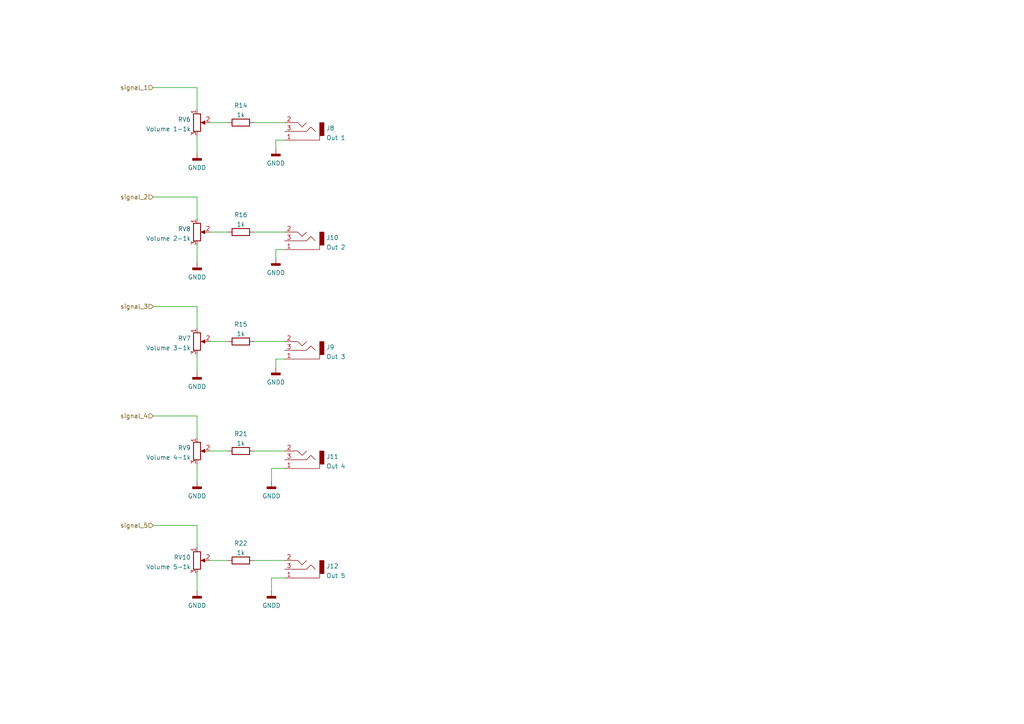
<source format=kicad_sch>
(kicad_sch (version 20211123) (generator eeschema)
  (paper "A4")
  (lib_symbols
    (symbol "Amplifier_Operational:TL074" (pin_names (offset 0.127))
      (property "Reference" "U" (at 0 5.08 0))
      (property "Value" "TL074" (at 0 -5.08 0))
      (symbol "TL074_1_1"
        (polyline (pts (xy -5.08 5.08) (xy 5.08 0) (xy -5.08 -5.08) (xy -5.08 5.08)) (stroke (width 0.254)) (fill (type background)))
        (pin output line (at 7.62 0 180) (length 2.54) (name "~") (number "1"))
        (pin input line (at -7.62 -2.54 0) (length 2.54) (name "-") (number "2"))
        (pin input line (at -7.62 2.54 0) (length 2.54) (name "+") (number "3"))
      )
      (symbol "TL074_2_1"
        (polyline (pts (xy -5.08 5.08) (xy 5.08 0) (xy -5.08 -5.08) (xy -5.08 5.08)) (stroke (width 0.254)) (fill (type background)))
        (pin input line (at -7.62 2.54 0) (length 2.54) (name "+") (number "5"))
        (pin input line (at -7.62 -2.54 0) (length 2.54) (name "-") (number "6"))
        (pin output line (at 7.62 0 180) (length 2.54) (name "~") (number "7"))
      )
      (symbol "TL074_3_1"
        (polyline (pts (xy -5.08 5.08) (xy 5.08 0) (xy -5.08 -5.08) (xy -5.08 5.08)) (stroke (width 0.254)) (fill (type background)))
        (pin input line (at -7.62 2.54 0) (length 2.54) (name "+") (number "10"))
        (pin output line (at 7.62 0 180) (length 2.54) (name "~") (number "8"))
        (pin input line (at -7.62 -2.54 0) (length 2.54) (name "-") (number "9"))
      )
      (symbol "TL074_4_1"
        (polyline (pts (xy -5.08 5.08) (xy 5.08 0) (xy -5.08 -5.08) (xy -5.08 5.08)) (stroke (width 0.254)) (fill (type background)))
        (pin input line (at -7.62 2.54 0) (length 2.54) (name "+") (number "12"))
        (pin input line (at -7.62 -2.54 0) (length 2.54) (name "-") (number "13"))
        (pin output line (at 7.62 0 180) (length 2.54) (name "~") (number "14"))
      )
      (symbol "TL074_5_1"
        (pin power_in line (at -2.54 -7.62 90) (length 3.81) (name "V-") (number "11"))
        (pin power_in line (at -2.54 7.62 270) (length 3.81) (name "V+") (number "4"))
      )
    )
    (symbol "Custom:3.5mm_audio_jack" (pin_names (offset 1.016))
      (property "Reference" "J" (at 0 -3.81 0))
      (property "Value" "3.5mm_audio_jack" (at 0 -5.08 0))
      (symbol "3.5mm_audio_jack_0_1"
        (rectangle (start -6.35 1.27) (end -5.08 -2.54) (fill (type outline)))
        (polyline (pts (xy 2.54 2.54) (xy -5.08 2.54) (xy -5.08 1.27)))
        (polyline (pts (xy 2.54 -2.54) (xy 1.27 -2.54) (xy 0 -1.27) (xy -1.27 -2.54)))
        (polyline (pts (xy 2.54 0) (xy -1.27 0) (xy -2.54 -1.27) (xy -3.81 0)))
      )
      (symbol "3.5mm_audio_jack_1_1"
        (pin passive line (at 5.08 2.54 180) (length 2.54) (name "~") (number "1"))
        (pin passive line (at 5.08 -2.54 180) (length 2.54) (name "~") (number "2"))
        (pin passive line (at 5.08 0 180) (length 2.54) (name "~") (number "3"))
      )
    )
    (symbol "Device:C" (pin_numbers hide) (pin_names (offset 0.254))
      (property "Reference" "C" (at 0.635 2.54 0))
      (property "Value" "C" (at 0.635 -2.54 0))
      (symbol "C_0_1"
        (polyline (pts (xy -2.032 -0.762) (xy 2.032 -0.762)) (stroke (width 0.508)))
        (polyline (pts (xy -2.032 0.762) (xy 2.032 0.762)) (stroke (width 0.508)))
      )
      (symbol "C_1_1"
        (pin passive line (at 0 3.81 270) (length 2.794) (name "~") (number "1"))
        (pin passive line (at 0 -3.81 90) (length 2.794) (name "~") (number "2"))
      )
    )
    (symbol "Device:R" (pin_numbers hide) (pin_names (offset 0))
      (property "Reference" "R" (at 2.032 0 90))
      (property "Value" "R" (at 0 0 90))
      (symbol "R_0_1"
        (rectangle (start -1.016 -2.54) (end 1.016 2.54) (stroke (width 0.254)))
      )
      (symbol "R_1_1"
        (pin passive line (at 0 3.81 270) (length 1.27) (name "~") (number "1"))
        (pin passive line (at 0 -3.81 90) (length 1.27) (name "~") (number "2"))
      )
    )
    (symbol "Device:R_Potentiometer" (pin_names (offset 1.016) hide)
      (property "Reference" "RV" (at -4.445 0 90))
      (property "Value" "R_Potentiometer" (at -2.54 0 90))
      (symbol "R_Potentiometer_0_1"
        (polyline (pts (xy 2.54 0) (xy 1.524 0)))
        (polyline (pts (xy 1.143 0) (xy 2.286 0.508) (xy 2.286 -0.508) (xy 1.143 0)) (fill (type outline)))
        (rectangle (start 1.016 2.54) (end -1.016 -2.54) (stroke (width 0.254)))
      )
      (symbol "R_Potentiometer_1_1"
        (pin passive line (at 0 3.81 270) (length 1.27) (name "1") (number "1"))
        (pin passive line (at 3.81 0 180) (length 1.27) (name "2") (number "2"))
        (pin passive line (at 0 -3.81 90) (length 1.27) (name "3") (number "3"))
      )
    )
    (symbol "power:+12V" (power) (pin_names (offset 0))
      (property "Value" "+12V" (at 0 3.556 0))
      (symbol "+12V_0_1"
        (polyline (pts (xy -0.762 1.27) (xy 0 2.54)))
        (polyline (pts (xy 0 0) (xy 0 2.54)))
        (polyline (pts (xy 0 2.54) (xy 0.762 1.27)))
      )
      (symbol "+12V_1_1"
        (pin power_in line (at 0 0 90) (length 0) hide (name "+12V") (number "1"))
      )
    )
    (symbol "power:-12V" (power) (pin_names (offset 0))
      (property "Value" "-12V" (at 0 3.81 0))
      (symbol "-12V_0_0"
        (pin power_in line (at 0 0 90) (length 0) hide (name "-12V") (number "1"))
      )
      (symbol "-12V_0_1"
        (polyline (pts (xy 0 0) (xy 0 1.27) (xy 0.762 1.27) (xy 0 2.54) (xy -0.762 1.27) (xy 0 1.27)) (fill (type outline)))
      )
    )
    (symbol "power:GNDD" (power) (pin_names (offset 0))
      (property "Value" "GNDD" (at 0 -3.175 0))
      (symbol "GNDD_0_1"
        (rectangle (start -1.27 -1.524) (end 1.27 -2.032) (stroke (width 0.254)) (fill (type outline)))
        (polyline (pts (xy 0 0) (xy 0 -1.524)))
      )
      (symbol "GNDD_1_1"
        (pin power_in line (at 0 0 270) (length 0) hide (name "GNDD") (number "1"))
      )
    )
  )
  (junction (at 485.14 125.73))
  (junction (at 383.54 46.99))
  (junction (at 332.74 46.99))
  (junction (at 433.07 97.79))
  (junction (at 335.28 93.98))
  (junction (at 383.54 19.05))
  (junction (at 433.07 87.63))
  (junction (at 358.14 157.48))
  (junction (at 433.07 151.13))
  (junction (at 335.28 104.14))
  (junction (at 335.28 144.78))
  (junction (at 485.14 115.57))
  (junction (at 358.14 144.78))
  (junction (at 345.44 33.02))
  (junction (at 332.74 19.05))
  (junction (at 508 115.57))
  (junction (at 455.93 87.63))
  (junction (at 335.28 154.94))
  (junction (at 358.14 106.68))
  (junction (at 370.84 33.02))
  (junction (at 358.14 33.02))
  (junction (at 455.93 140.97))
  (junction (at 358.14 93.98))
  (junction (at 433.07 140.97))
  (wire (pts (xy 80.01 104.14) (xy 82.55 104.14)))
  (wire (pts (xy 335.28 160.02) (xy 339.09 160.02)))
  (wire (pts (xy 433.07 74.93) (xy 433.07 87.63)))
  (wire (pts (xy 440.69 87.63) (xy 433.07 87.63)))
  (wire (pts (xy 78.74 135.89) (xy 82.55 135.89)))
  (wire (pts (xy 485.14 134.62) (xy 485.14 130.81)))
  (wire (pts (xy 335.28 109.22) (xy 339.09 109.22)))
  (wire (pts (xy 345.44 33.02) (xy 358.14 33.02)))
  (wire (pts (xy 365.76 92.71) (xy 388.62 92.71)))
  (wire (pts (xy 433.07 140.97) (xy 433.07 151.13)))
  (wire (pts (xy 358.14 157.48) (xy 369.57 157.48)))
  (wire (pts (xy 448.31 87.63) (xy 455.93 87.63)))
  (wire (pts (xy 60.96 67.31) (xy 66.04 67.31)))
  (wire (pts (xy 440.69 128.27) (xy 433.07 128.27)))
  (wire (pts (xy 358.14 106.68) (xy 369.57 106.68)))
  (wire (pts (xy 345.44 33.02) (xy 345.44 36.83)))
  (wire (pts (xy 332.74 16.51) (xy 332.74 19.05)))
  (wire (pts (xy 335.28 81.28) (xy 335.28 93.98)))
  (wire (pts (xy 44.45 152.4) (xy 57.15 152.4)))
  (wire (pts (xy 354.33 157.48) (xy 358.14 157.48)))
  (wire (pts (xy 485.14 130.81) (xy 488.95 130.81)))
  (wire (pts (xy 44.45 120.65) (xy 57.15 120.65)))
  (wire (pts (xy 500.38 115.57) (xy 508 115.57)))
  (wire (pts (xy 455.93 87.63) (xy 455.93 100.33)))
  (wire (pts (xy 318.77 154.94) (xy 323.85 154.94)))
  (wire (pts (xy 358.14 93.98) (xy 358.14 106.68)))
  (wire (pts (xy 383.54 40.64) (xy 383.54 46.99)))
  (wire (pts (xy 345.44 19.05) (xy 345.44 21.59)))
  (wire (pts (xy 80.01 106.68) (xy 80.01 104.14)))
  (wire (pts (xy 433.07 151.13) (xy 436.88 151.13)))
  (wire (pts (xy 416.56 97.79) (xy 421.64 97.79)))
  (wire (pts (xy 429.26 97.79) (xy 433.07 97.79)))
  (wire (pts (xy 318.77 104.14) (xy 323.85 104.14)))
  (wire (pts (xy 57.15 76.2) (xy 57.15 71.12)))
  (wire (pts (xy 433.07 87.63) (xy 433.07 97.79)))
  (wire (pts (xy 60.96 99.06) (xy 66.04 99.06)))
  (wire (pts (xy 370.84 46.99) (xy 370.84 44.45)))
  (wire (pts (xy 448.31 74.93) (xy 455.93 74.93)))
  (wire (pts (xy 350.52 81.28) (xy 358.14 81.28)))
  (wire (pts (xy 440.69 140.97) (xy 433.07 140.97)))
  (wire (pts (xy 455.93 74.93) (xy 455.93 87.63)))
  (wire (pts (xy 455.93 140.97) (xy 455.93 153.67)))
  (wire (pts (xy 485.14 115.57) (xy 485.14 125.73)))
  (wire (pts (xy 468.63 125.73) (xy 473.71 125.73)))
  (wire (pts (xy 44.45 88.9) (xy 57.15 88.9)))
  (wire (pts (xy 433.07 156.21) (xy 436.88 156.21)))
  (wire (pts (xy 345.44 29.21) (xy 345.44 33.02)))
  (wire (pts (xy 331.47 154.94) (xy 335.28 154.94)))
  (wire (pts (xy 485.14 102.87) (xy 485.14 115.57)))
  (wire (pts (xy 331.47 104.14) (xy 335.28 104.14)))
  (wire (pts (xy 433.07 106.68) (xy 433.07 102.87)))
  (wire (pts (xy 57.15 25.4) (xy 57.15 31.75)))
  (wire (pts (xy 57.15 152.4) (xy 57.15 158.75)))
  (wire (pts (xy 383.54 19.05) (xy 383.54 25.4)))
  (wire (pts (xy 383.54 46.99) (xy 383.54 49.53)))
  (wire (pts (xy 358.14 144.78) (xy 358.14 157.48)))
  (wire (pts (xy 448.31 140.97) (xy 455.93 140.97)))
  (wire (pts (xy 57.15 107.95) (xy 57.15 102.87)))
  (wire (pts (xy 429.26 151.13) (xy 433.07 151.13)))
  (wire (pts (xy 383.54 16.51) (xy 383.54 19.05)))
  (wire (pts (xy 370.84 29.21) (xy 370.84 33.02)))
  (wire (pts (xy 452.12 100.33) (xy 455.93 100.33)))
  (wire (pts (xy 342.9 93.98) (xy 335.28 93.98)))
  (wire (pts (xy 433.07 102.87) (xy 436.88 102.87)))
  (wire (pts (xy 388.62 92.71) (xy 388.62 104.14)))
  (wire (pts (xy 78.74 171.45) (xy 78.74 167.64)))
  (wire (pts (xy 455.93 128.27) (xy 455.93 140.97)))
  (wire (pts (xy 369.57 152.4) (xy 365.76 152.4)))
  (wire (pts (xy 73.66 67.31) (xy 82.55 67.31)))
  (wire (pts (xy 358.14 132.08) (xy 358.14 144.78)))
  (wire (pts (xy 384.81 154.94) (xy 388.62 154.94)))
  (wire (pts (xy 370.84 33.02) (xy 370.84 36.83)))
  (wire (pts (xy 80.01 72.39) (xy 82.55 72.39)))
  (wire (pts (xy 335.28 113.03) (xy 335.28 109.22)))
  (wire (pts (xy 332.74 46.99) (xy 345.44 46.99)))
  (wire (pts (xy 508 115.57) (xy 508 128.27)))
  (wire (pts (xy 332.74 19.05) (xy 332.74 25.4)))
  (wire (pts (xy 433.07 160.02) (xy 433.07 156.21)))
  (wire (pts (xy 332.74 46.99) (xy 332.74 49.53)))
  (wire (pts (xy 73.66 130.81) (xy 82.55 130.81)))
  (wire (pts (xy 60.96 162.56) (xy 66.04 162.56)))
  (wire (pts (xy 492.76 102.87) (xy 485.14 102.87)))
  (wire (pts (xy 358.14 33.02) (xy 358.14 35.56)))
  (wire (pts (xy 80.01 43.18) (xy 80.01 40.64)))
  (wire (pts (xy 60.96 130.81) (xy 66.04 130.81)))
  (wire (pts (xy 369.57 101.6) (xy 365.76 101.6)))
  (wire (pts (xy 350.52 144.78) (xy 358.14 144.78)))
  (wire (pts (xy 335.28 132.08) (xy 335.28 144.78)))
  (wire (pts (xy 342.9 144.78) (xy 335.28 144.78)))
  (wire (pts (xy 504.19 128.27) (xy 508 128.27)))
  (wire (pts (xy 342.9 132.08) (xy 335.28 132.08)))
  (wire (pts (xy 335.28 154.94) (xy 339.09 154.94)))
  (wire (pts (xy 358.14 33.02) (xy 370.84 33.02)))
  (wire (pts (xy 485.14 125.73) (xy 488.95 125.73)))
  (wire (pts (xy 433.07 97.79) (xy 436.88 97.79)))
  (wire (pts (xy 78.74 167.64) (xy 82.55 167.64)))
  (wire (pts (xy 500.38 102.87) (xy 508 102.87)))
  (wire (pts (xy 452.12 153.67) (xy 455.93 153.67)))
  (wire (pts (xy 416.56 151.13) (xy 421.64 151.13)))
  (wire (pts (xy 57.15 120.65) (xy 57.15 127)))
  (wire (pts (xy 73.66 99.06) (xy 82.55 99.06)))
  (wire (pts (xy 57.15 57.15) (xy 57.15 63.5)))
  (wire (pts (xy 354.33 106.68) (xy 358.14 106.68)))
  (wire (pts (xy 57.15 88.9) (xy 57.15 95.25)))
  (wire (pts (xy 388.62 143.51) (xy 388.62 154.94)))
  (wire (pts (xy 370.84 19.05) (xy 370.84 21.59)))
  (wire (pts (xy 44.45 25.4) (xy 57.15 25.4)))
  (wire (pts (xy 335.28 104.14) (xy 339.09 104.14)))
  (wire (pts (xy 365.76 101.6) (xy 365.76 92.71)))
  (wire (pts (xy 57.15 139.7) (xy 57.15 134.62)))
  (wire (pts (xy 492.76 115.57) (xy 485.14 115.57)))
  (wire (pts (xy 335.28 144.78) (xy 335.28 154.94)))
  (wire (pts (xy 342.9 81.28) (xy 335.28 81.28)))
  (wire (pts (xy 335.28 163.83) (xy 335.28 160.02)))
  (wire (pts (xy 433.07 128.27) (xy 433.07 140.97)))
  (wire (pts (xy 383.54 46.99) (xy 370.84 46.99)))
  (wire (pts (xy 358.14 81.28) (xy 358.14 93.98)))
  (wire (pts (xy 350.52 132.08) (xy 358.14 132.08)))
  (wire (pts (xy 440.69 74.93) (xy 433.07 74.93)))
  (wire (pts (xy 78.74 139.7) (xy 78.74 135.89)))
  (wire (pts (xy 44.45 57.15) (xy 57.15 57.15)))
  (wire (pts (xy 508 102.87) (xy 508 115.57)))
  (wire (pts (xy 481.33 125.73) (xy 485.14 125.73)))
  (wire (pts (xy 57.15 44.45) (xy 57.15 39.37)))
  (wire (pts (xy 384.81 104.14) (xy 388.62 104.14)))
  (wire (pts (xy 365.76 152.4) (xy 365.76 143.51)))
  (wire (pts (xy 73.66 162.56) (xy 82.55 162.56)))
  (wire (pts (xy 350.52 93.98) (xy 358.14 93.98)))
  (wire (pts (xy 332.74 19.05) (xy 345.44 19.05)))
  (wire (pts (xy 383.54 19.05) (xy 370.84 19.05)))
  (wire (pts (xy 345.44 46.99) (xy 345.44 44.45)))
  (wire (pts (xy 60.96 35.56) (xy 66.04 35.56)))
  (wire (pts (xy 73.66 35.56) (xy 82.55 35.56)))
  (wire (pts (xy 332.74 40.64) (xy 332.74 46.99)))
  (wire (pts (xy 80.01 40.64) (xy 82.55 40.64)))
  (wire (pts (xy 57.15 171.45) (xy 57.15 166.37)))
  (wire (pts (xy 365.76 143.51) (xy 388.62 143.51)))
  (wire (pts (xy 448.31 128.27) (xy 455.93 128.27)))
  (wire (pts (xy 80.01 74.93) (xy 80.01 72.39)))
  (wire (pts (xy 335.28 93.98) (xy 335.28 104.14)))
  (hierarchical_label "signal_2" (shape input) (at 44.45 57.15 180))
  (hierarchical_label "signal_4" (shape input) (at 44.45 120.65 180))
  (hierarchical_label "signal_5" (shape input) (at 44.45 152.4 180))
  (hierarchical_label "signal_3" (shape input) (at 44.45 88.9 180))
  (hierarchical_label "signal_1" (shape input) (at 44.45 25.4 180))
  (symbol (lib_id "Device:R") (at 346.71 144.78 90) (unit 1)
    (property "Reference" "R20" (at 346.71 139.7975 90))
    (property "Value" "100k" (at 346.71 142.5726 90))
    (property "Footprint" "Resistor_THT:R_Axial_DIN0207_L6.3mm_D2.5mm_P10.16mm_Horizontal" (effects hide))
  )
  (symbol (lib_id "power:-12V") (at 383.54 49.53 180) (unit 1)
    (property "Reference" "#PWR036" (effects hide))
    (property "Value" "-12V" (at 383.54 54.0925 0))
  )
  (symbol (lib_id "power:GNDD") (at 80.01 106.68 0) (unit 1)
    (property "Reference" "#PWR026" (effects hide))
    (property "Value" "GNDD" (at 80.01 110.8615 0))
  )
  (symbol (lib_id "Device:C") (at 346.71 81.28 90) (unit 1)
    (property "Reference" "C8" (at 346.71 75.1545 90))
    (property "Value" "47p" (at 346.71 77.9296 90))
    (property "Footprint" "Custom Footprints:C_Disc_P2.54mm" (effects hide))
  )
  (symbol (lib_id "Device:R_Potentiometer") (at 57.15 35.56 0) (unit 1)
    (property "Reference" "RV6" (at 55.372 34.6515 0) (effects (justify right)))
    (property "Value" "Volume 1-1k" (at 55.372 37.4266 0) (effects (justify right)))
    (property "Footprint" "Custom Footprints:RV-90 Potentiometer" (effects hide))
  )
  (symbol (lib_id "Device:R_Potentiometer") (at 57.15 130.81 0) (unit 1)
    (property "Reference" "RV9" (at 55.372 129.9015 0) (effects (justify right)))
    (property "Value" "Volume 4-1k" (at 55.372 132.6766 0) (effects (justify right)))
    (property "Footprint" "Custom Footprints:RV-90 Potentiometer" (effects hide))
  )
  (symbol (lib_id "Custom:3.5mm_audio_jack") (at 87.63 38.1 180) (unit 1)
    (property "Reference" "J8" (at 94.615 37.1915 0) (effects (justify right)))
    (property "Value" "Out 1" (at 94.615 39.9666 0) (effects (justify right)))
    (property "Footprint" "Custom Footprints:PJ_301M" (effects hide))
  )
  (symbol (lib_id "power:GNDD") (at 57.15 139.7 0) (unit 1)
    (property "Reference" "#PWR028" (effects hide))
    (property "Value" "GNDD" (at 57.15 143.8815 0))
  )
  (symbol (lib_id "Amplifier_Operational:TL074") (at 386.08 33.02 0) (unit 5)
    (property "Reference" "U1" (at 384.175 32.1115 0) (effects (justify left)))
    (property "Value" "TL074" (at 384.81 34.29 0) (effects (justify left)))
    (property "Footprint" "Custom Footprints:DIP-14_central_caps" (effects hide))
    (property "Datasheet" "http://www.ti.com/lit/ds/symlink/tl071.pdf" (effects hide))
  )
  (symbol (lib_id "power:+12V") (at 383.54 16.51 0) (unit 1)
    (property "Reference" "#PWR035" (effects hide))
    (property "Value" "+12V" (at 383.54 12.9055 0))
  )
  (symbol (lib_id "Device:R") (at 444.5 87.63 90) (unit 1)
    (property "Reference" "R11" (at 444.5 82.6475 90))
    (property "Value" "100k" (at 444.5 85.4226 90))
    (property "Footprint" "Resistor_THT:R_Axial_DIN0207_L6.3mm_D2.5mm_P10.16mm_Horizontal" (effects hide))
  )
  (symbol (lib_id "Device:R") (at 69.85 162.56 90) (unit 1)
    (property "Reference" "R22" (at 69.85 157.5775 90))
    (property "Value" "1k" (at 69.85 160.3526 90))
    (property "Footprint" "Resistor_THT:R_Axial_DIN0207_L6.3mm_D2.5mm_P10.16mm_Horizontal" (effects hide))
  )
  (symbol (lib_id "Device:C") (at 345.44 40.64 0) (unit 1)
    (property "Reference" "C7" (at 348.361 39.7315 0) (effects (justify left)))
    (property "Value" "4n7" (at 348.361 42.5066 0) (effects (justify left)))
    (property "Footprint" "Custom Footprints:C_Disc_P2.54mm" (effects hide))
  )
  (symbol (lib_id "power:GNDD") (at 57.15 44.45 0) (unit 1)
    (property "Reference" "#PWR019" (effects hide))
    (property "Value" "GNDD" (at 57.15 48.6315 0))
  )
  (symbol (lib_id "Device:R") (at 444.5 140.97 90) (unit 1)
    (property "Reference" "R13" (at 444.5 135.9875 90))
    (property "Value" "100k" (at 444.5 138.7626 90))
    (property "Footprint" "Resistor_THT:R_Axial_DIN0207_L6.3mm_D2.5mm_P10.16mm_Horizontal" (effects hide))
  )
  (symbol (lib_id "power:GNDD") (at 485.14 134.62 0) (unit 1)
    (property "Reference" "#PWR023" (effects hide))
    (property "Value" "GNDD" (at 485.14 138.8015 0))
  )
  (symbol (lib_id "power:GNDD") (at 78.74 139.7 0) (unit 1)
    (property "Reference" "#PWR037" (effects hide))
    (property "Value" "GNDD" (at 78.74 143.8815 0))
  )
  (symbol (lib_id "Device:R") (at 327.66 104.14 90) (unit 1)
    (property "Reference" "R17" (at 327.66 99.1575 90))
    (property "Value" "100k" (at 327.66 101.9326 90))
    (property "Footprint" "Resistor_THT:R_Axial_DIN0207_L6.3mm_D2.5mm_P10.16mm_Horizontal" (effects hide))
  )
  (symbol (lib_id "power:GNDD") (at 80.01 74.93 0) (unit 1)
    (property "Reference" "#PWR027" (effects hide))
    (property "Value" "GNDD" (at 80.01 79.1115 0))
  )
  (symbol (lib_id "Amplifier_Operational:TL074") (at 335.28 33.02 0) (unit 5)
    (property "Reference" "U2" (at 333.375 32.1115 0) (effects (justify left)))
    (property "Value" "TL074" (at 333.375 34.8866 0) (effects (justify left)))
    (property "Footprint" "Custom Footprints:DIP-14_central_caps" (effects hide))
    (property "Datasheet" "http://www.ti.com/lit/ds/symlink/tl071.pdf" (effects hide))
  )
  (symbol (lib_id "Device:C") (at 496.57 102.87 90) (unit 1)
    (property "Reference" "C4" (at 496.57 96.7445 90))
    (property "Value" "47p" (at 496.57 99.5196 90))
    (property "Footprint" "Custom Footprints:C_Disc_P2.54mm" (effects hide))
  )
  (symbol (lib_id "Amplifier_Operational:TL074") (at 377.19 154.94 0) (mirror x) (unit 3)
    (property "Reference" "U1" (at 377.19 145.8935 0))
    (property "Value" "TL074" (at 377.19 148.6686 0))
    (property "Footprint" "Custom Footprints:DIP-14_central_caps" (effects hide))
    (property "Datasheet" "http://www.ti.com/lit/ds/symlink/tl071.pdf" (effects hide))
  )
  (symbol (lib_id "power:-12V") (at 332.74 49.53 180) (unit 1)
    (property "Reference" "#PWR031" (effects hide))
    (property "Value" "-12V" (at 332.74 54.0925 0))
  )
  (symbol (lib_id "Device:R") (at 346.71 93.98 90) (unit 1)
    (property "Reference" "R19" (at 346.71 88.9975 90))
    (property "Value" "100k" (at 346.71 91.7726 90))
    (property "Footprint" "Resistor_THT:R_Axial_DIN0207_L6.3mm_D2.5mm_P10.16mm_Horizontal" (effects hide))
  )
  (symbol (lib_id "Device:R") (at 477.52 125.73 90) (unit 1)
    (property "Reference" "R9" (at 477.52 120.7475 90))
    (property "Value" "100k" (at 477.52 123.5226 90))
    (property "Footprint" "Resistor_THT:R_Axial_DIN0207_L6.3mm_D2.5mm_P10.16mm_Horizontal" (effects hide))
  )
  (symbol (lib_id "Custom:3.5mm_audio_jack") (at 87.63 101.6 180) (unit 1)
    (property "Reference" "J9" (at 94.615 100.6915 0) (effects (justify right)))
    (property "Value" "Out 3" (at 94.615 103.4666 0) (effects (justify right)))
    (property "Footprint" "Custom Footprints:PJ_301M" (effects hide))
  )
  (symbol (lib_id "Device:R_Potentiometer") (at 57.15 162.56 0) (unit 1)
    (property "Reference" "RV10" (at 55.372 161.6515 0) (effects (justify right)))
    (property "Value" "Volume 5-1k" (at 55.372 164.4266 0) (effects (justify right)))
    (property "Footprint" "Custom Footprints:RV-90 Potentiometer" (effects hide))
  )
  (symbol (lib_id "Device:C") (at 370.84 25.4 0) (unit 1)
    (property "Reference" "C10" (at 373.761 24.4915 0) (effects (justify left)))
    (property "Value" "4n7" (at 373.761 27.2666 0) (effects (justify left)))
    (property "Footprint" "Custom Footprints:C_Disc_P2.54mm" (effects hide))
  )
  (symbol (lib_id "Custom:3.5mm_audio_jack") (at 87.63 69.85 180) (unit 1)
    (property "Reference" "J10" (at 94.615 68.9415 0) (effects (justify right)))
    (property "Value" "Out 2" (at 94.615 71.7166 0) (effects (justify right)))
    (property "Footprint" "Custom Footprints:PJ_301M" (effects hide))
  )
  (symbol (lib_id "Amplifier_Operational:TL074") (at 346.71 157.48 0) (mirror x) (unit 2)
    (property "Reference" "U1" (at 346.71 148.4335 0))
    (property "Value" "TL074" (at 346.71 151.2086 0))
    (property "Footprint" "Custom Footprints:DIP-14_central_caps" (effects hide))
    (property "Datasheet" "http://www.ti.com/lit/ds/symlink/tl071.pdf" (effects hide))
  )
  (symbol (lib_id "power:GNDD") (at 57.15 76.2 0) (unit 1)
    (property "Reference" "#PWR021" (effects hide))
    (property "Value" "GNDD" (at 57.15 80.3815 0))
  )
  (symbol (lib_id "power:GNDD") (at 358.14 35.56 0) (unit 1)
    (property "Reference" "#PWR034" (effects hide))
    (property "Value" "GNDD" (at 358.14 39.37 0))
  )
  (symbol (lib_id "power:GNDD") (at 335.28 163.83 0) (unit 1)
    (property "Reference" "#PWR033" (effects hide))
    (property "Value" "GNDD" (at 335.28 168.0115 0))
  )
  (symbol (lib_id "Device:R") (at 69.85 67.31 90) (unit 1)
    (property "Reference" "R16" (at 69.85 62.3275 90))
    (property "Value" "1k" (at 69.85 65.1026 90))
    (property "Footprint" "Resistor_THT:R_Axial_DIN0207_L6.3mm_D2.5mm_P10.16mm_Horizontal" (effects hide))
  )
  (symbol (lib_id "Amplifier_Operational:TL074") (at 496.57 128.27 0) (mirror x) (unit 3)
    (property "Reference" "U2" (at 496.57 119.2235 0))
    (property "Value" "TL074" (at 496.57 121.9986 0))
    (property "Footprint" "Custom Footprints:DIP-14_central_caps" (effects hide))
    (property "Datasheet" "http://www.ti.com/lit/ds/symlink/tl071.pdf" (effects hide))
  )
  (symbol (lib_id "power:GNDD") (at 57.15 107.95 0) (unit 1)
    (property "Reference" "#PWR020" (effects hide))
    (property "Value" "GNDD" (at 57.15 112.1315 0))
  )
  (symbol (lib_id "power:+12V") (at 332.74 16.51 0) (unit 1)
    (property "Reference" "#PWR030" (effects hide))
    (property "Value" "+12V" (at 332.74 12.9055 0))
  )
  (symbol (lib_id "power:GNDD") (at 433.07 160.02 0) (unit 1)
    (property "Reference" "#PWR024" (effects hide))
    (property "Value" "GNDD" (at 433.07 164.2015 0))
  )
  (symbol (lib_id "Device:R") (at 425.45 151.13 90) (unit 1)
    (property "Reference" "R10" (at 425.45 146.1475 90))
    (property "Value" "100k" (at 425.45 148.9226 90))
    (property "Footprint" "Resistor_THT:R_Axial_DIN0207_L6.3mm_D2.5mm_P10.16mm_Horizontal" (effects hide))
  )
  (symbol (lib_id "Amplifier_Operational:TL074") (at 444.5 153.67 0) (mirror x) (unit 4)
    (property "Reference" "U2" (at 444.5 144.6235 0))
    (property "Value" "TL074" (at 444.5 147.3986 0))
    (property "Footprint" "Custom Footprints:DIP-14_central_caps" (effects hide))
    (property "Datasheet" "http://www.ti.com/lit/ds/symlink/tl071.pdf" (effects hide))
  )
  (symbol (lib_id "Device:R") (at 327.66 154.94 90) (unit 1)
    (property "Reference" "R18" (at 327.66 149.9575 90))
    (property "Value" "100k" (at 327.66 152.7326 90))
    (property "Footprint" "Resistor_THT:R_Axial_DIN0207_L6.3mm_D2.5mm_P10.16mm_Horizontal" (effects hide))
  )
  (symbol (lib_id "power:GNDD") (at 335.28 113.03 0) (unit 1)
    (property "Reference" "#PWR032" (effects hide))
    (property "Value" "GNDD" (at 335.28 117.2115 0))
  )
  (symbol (lib_id "Device:C") (at 444.5 74.93 90) (unit 1)
    (property "Reference" "C3" (at 444.5 68.8045 90))
    (property "Value" "47p" (at 444.5 71.5796 90))
    (property "Footprint" "Custom Footprints:C_Disc_P2.54mm" (effects hide))
  )
  (symbol (lib_id "Amplifier_Operational:TL074") (at 444.5 100.33 0) (mirror x) (unit 1)
    (property "Reference" "U2" (at 444.5 91.2835 0))
    (property "Value" "TL074" (at 444.5 94.0586 0))
    (property "Footprint" "Custom Footprints:DIP-14_central_caps" (effects hide))
    (property "Datasheet" "http://www.ti.com/lit/ds/symlink/tl071.pdf" (effects hide))
  )
  (symbol (lib_id "Device:R") (at 425.45 97.79 90) (unit 1)
    (property "Reference" "R8" (at 425.45 92.8075 90))
    (property "Value" "100k" (at 425.45 95.5826 90))
    (property "Footprint" "Resistor_THT:R_Axial_DIN0207_L6.3mm_D2.5mm_P10.16mm_Horizontal" (effects hide))
  )
  (symbol (lib_id "Device:R_Potentiometer") (at 57.15 99.06 0) (unit 1)
    (property "Reference" "RV7" (at 55.372 98.1515 0) (effects (justify right)))
    (property "Value" "Volume 3-1k" (at 55.372 100.9266 0) (effects (justify right)))
    (property "Footprint" "Custom Footprints:RV-90 Potentiometer" (effects hide))
  )
  (symbol (lib_id "Amplifier_Operational:TL074") (at 346.71 106.68 0) (mirror x) (unit 1)
    (property "Reference" "U1" (at 346.71 97.6335 0))
    (property "Value" "TL074" (at 346.71 100.4086 0))
    (property "Footprint" "Custom Footprints:DIP-14_central_caps" (effects hide))
    (property "Datasheet" "http://www.ti.com/lit/ds/symlink/tl071.pdf" (effects hide))
  )
  (symbol (lib_id "Device:R") (at 69.85 130.81 90) (unit 1)
    (property "Reference" "R21" (at 69.85 125.8275 90))
    (property "Value" "1k" (at 69.85 128.6026 90))
    (property "Footprint" "Resistor_THT:R_Axial_DIN0207_L6.3mm_D2.5mm_P10.16mm_Horizontal" (effects hide))
  )
  (symbol (lib_id "Device:C") (at 345.44 25.4 0) (unit 1)
    (property "Reference" "C6" (at 348.361 24.4915 0) (effects (justify left)))
    (property "Value" "4n7" (at 348.361 27.2666 0) (effects (justify left)))
    (property "Footprint" "Custom Footprints:C_Disc_P2.54mm" (effects hide))
  )
  (symbol (lib_id "Device:R") (at 69.85 35.56 90) (unit 1)
    (property "Reference" "R14" (at 69.85 30.5775 90))
    (property "Value" "1k" (at 69.85 33.3526 90))
    (property "Footprint" "Resistor_THT:R_Axial_DIN0207_L6.3mm_D2.5mm_P10.16mm_Horizontal" (effects hide))
  )
  (symbol (lib_id "Device:C") (at 370.84 40.64 0) (unit 1)
    (property "Reference" "C11" (at 373.761 39.7315 0) (effects (justify left)))
    (property "Value" "4n7" (at 373.761 42.5066 0) (effects (justify left)))
    (property "Footprint" "Custom Footprints:C_Disc_P2.54mm" (effects hide))
  )
  (symbol (lib_id "power:GNDD") (at 433.07 106.68 0) (unit 1)
    (property "Reference" "#PWR022" (effects hide))
    (property "Value" "GNDD" (at 433.07 110.8615 0))
  )
  (symbol (lib_id "Amplifier_Operational:TL074") (at 377.19 104.14 0) (mirror x) (unit 4)
    (property "Reference" "U1" (at 377.19 95.0935 0))
    (property "Value" "TL074" (at 377.19 97.8686 0))
    (property "Footprint" "Custom Footprints:DIP-14_central_caps" (effects hide))
    (property "Datasheet" "http://www.ti.com/lit/ds/symlink/tl071.pdf" (effects hide))
  )
  (symbol (lib_id "Device:C") (at 346.71 132.08 90) (unit 1)
    (property "Reference" "C9" (at 346.71 125.9545 90))
    (property "Value" "47p" (at 346.71 128.7296 90))
    (property "Footprint" "Custom Footprints:C_Disc_P2.54mm" (effects hide))
  )
  (symbol (lib_id "Device:R") (at 69.85 99.06 90) (unit 1)
    (property "Reference" "R15" (at 69.85 94.0775 90))
    (property "Value" "1k" (at 69.85 96.8526 90))
    (property "Footprint" "Resistor_THT:R_Axial_DIN0207_L6.3mm_D2.5mm_P10.16mm_Horizontal" (effects hide))
  )
  (symbol (lib_id "Custom:3.5mm_audio_jack") (at 87.63 165.1 180) (unit 1)
    (property "Reference" "J12" (at 94.615 164.1915 0) (effects (justify right)))
    (property "Value" "Out 5" (at 94.615 166.9666 0) (effects (justify right)))
    (property "Footprint" "Custom Footprints:PJ_301M" (effects hide))
  )
  (symbol (lib_id "power:GNDD") (at 57.15 171.45 0) (unit 1)
    (property "Reference" "#PWR029" (effects hide))
    (property "Value" "GNDD" (at 57.15 175.6315 0))
  )
  (symbol (lib_id "power:GNDD") (at 80.01 43.18 0) (unit 1)
    (property "Reference" "#PWR025" (effects hide))
    (property "Value" "GNDD" (at 80.01 47.3615 0))
  )
  (symbol (lib_id "Device:R") (at 496.57 115.57 90) (unit 1)
    (property "Reference" "R12" (at 496.57 110.5875 90))
    (property "Value" "100k" (at 496.57 113.3626 90))
    (property "Footprint" "Resistor_THT:R_Axial_DIN0207_L6.3mm_D2.5mm_P10.16mm_Horizontal" (effects hide))
  )
  (symbol (lib_id "Device:C") (at 444.5 128.27 90) (unit 1)
    (property "Reference" "C5" (at 444.5 122.1445 90))
    (property "Value" "47p" (at 444.5 124.9196 90))
    (property "Footprint" "Custom Footprints:C_Disc_P2.54mm" (effects hide))
  )
  (symbol (lib_id "Custom:3.5mm_audio_jack") (at 87.63 133.35 180) (unit 1)
    (property "Reference" "J11" (at 94.615 132.4415 0) (effects (justify right)))
    (property "Value" "Out 4" (at 94.615 135.2166 0) (effects (justify right)))
    (property "Footprint" "Custom Footprints:PJ_301M" (effects hide))
  )
  (symbol (lib_id "Device:R_Potentiometer") (at 57.15 67.31 0) (unit 1)
    (property "Reference" "RV8" (at 55.372 66.4015 0) (effects (justify right)))
    (property "Value" "Volume 2-1k" (at 55.372 69.1766 0) (effects (justify right)))
    (property "Footprint" "Custom Footprints:RV-90 Potentiometer" (effects hide))
  )
  (symbol (lib_id "power:GNDD") (at 78.74 171.45 0) (unit 1)
    (property "Reference" "#PWR038" (effects hide))
    (property "Value" "GNDD" (at 78.74 175.6315 0))
  )
)
</source>
